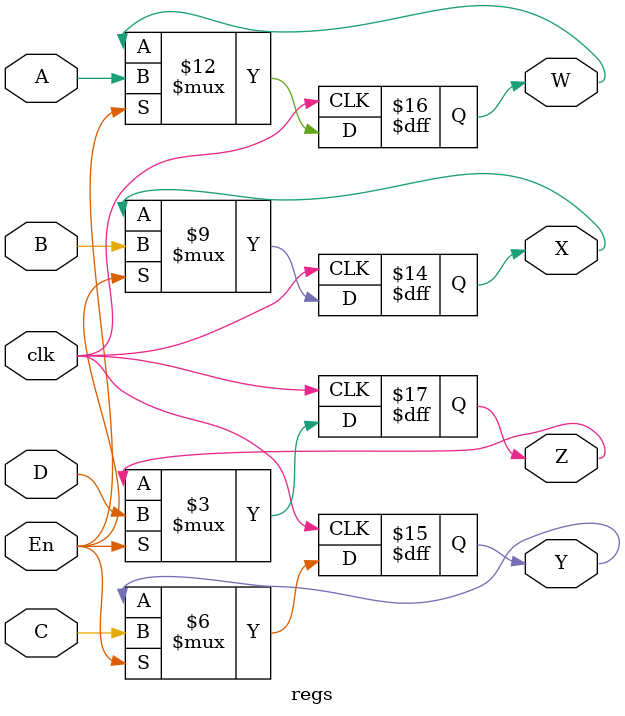
<source format=v>
`timescale 1ns / 1ps
module regs(
	input wire A,B,C,D,
	input wire clk,En,
	output reg W,X,Y,Z
    );
	 
	always @ (posedge clk )
	begin
	
	if(En) begin
			W <= A;
			X <= B;
			Y <= C;
			Z <= D;
			end
			
		else begin
		   W <= W;
			X <= X;
			Y <= Y;
			Z <= Z;
			end
	end

endmodule

</source>
